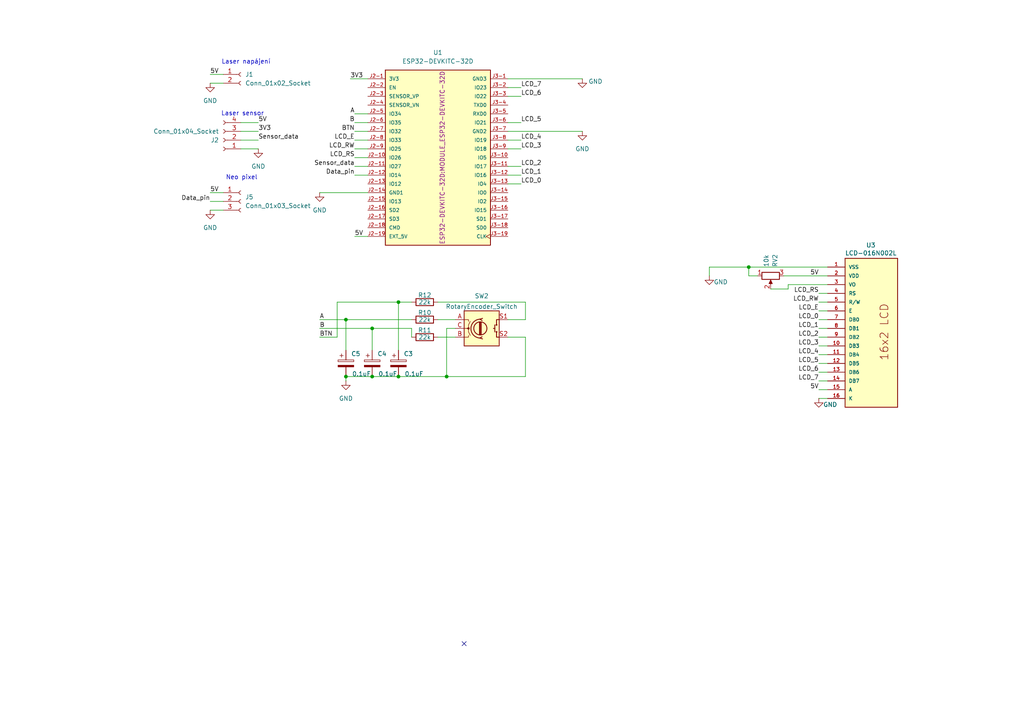
<source format=kicad_sch>
(kicad_sch (version 20231120) (generator "eeschema") (generator_version "8.0")
  (paper "A4")
  (lib_symbols
    (symbol "Connector:Conn_01x02_Socket" (pin_names (offset 1.016) hide)
      (property "Reference" "J" (at 0 2.54 0))
      (property "Value" "Conn_01x02_Socket" (at 0 -5.08 0))
      (symbol "Conn_01x02_Socket_1_1"
        (arc (start 0 -2.032) (mid -0.5058 -2.54) (end 0 -3.048) (stroke (width 0.1524)))
        (polyline (pts (xy -1.27 -2.54) (xy -0.508 -2.54)) (stroke (width 0.1524)))
        (polyline (pts (xy -1.27 0) (xy -0.508 0)) (stroke (width 0.1524)))
        (arc (start 0 0.508) (mid -0.5058 0) (end 0 -0.508) (stroke (width 0.1524)))
        (pin passive line (at -5.08 0 0) (length 3.81) (name "Pin_1") (number "1"))
        (pin passive line (at -5.08 -2.54 0) (length 3.81) (name "Pin_2") (number "2"))
      )
    )
    (symbol "Connector:Conn_01x03_Socket" (pin_names (offset 1.016) hide)
      (property "Reference" "J" (at 0 5.08 0))
      (property "Value" "Conn_01x03_Socket" (at 0 -5.08 0))
      (symbol "Conn_01x03_Socket_1_1"
        (arc (start 0 -2.032) (mid -0.5058 -2.54) (end 0 -3.048) (stroke (width 0.1524)))
        (polyline (pts (xy -1.27 -2.54) (xy -0.508 -2.54)) (stroke (width 0.1524)))
        (polyline (pts (xy -1.27 0) (xy -0.508 0)) (stroke (width 0.1524)))
        (polyline (pts (xy -1.27 2.54) (xy -0.508 2.54)) (stroke (width 0.1524)))
        (arc (start 0 0.508) (mid -0.5058 0) (end 0 -0.508) (stroke (width 0.1524)))
        (arc (start 0 3.048) (mid -0.5058 2.54) (end 0 2.032) (stroke (width 0.1524)))
        (pin passive line (at -5.08 2.54 0) (length 3.81) (name "Pin_1") (number "1"))
        (pin passive line (at -5.08 0 0) (length 3.81) (name "Pin_2") (number "2"))
        (pin passive line (at -5.08 -2.54 0) (length 3.81) (name "Pin_3") (number "3"))
      )
    )
    (symbol "Connector:Conn_01x04_Socket" (pin_names (offset 1.016) hide)
      (property "Reference" "J" (at 0 5.08 0))
      (property "Value" "Conn_01x04_Socket" (at 0 -7.62 0))
      (symbol "Conn_01x04_Socket_1_1"
        (arc (start 0 -4.572) (mid -0.5058 -5.08) (end 0 -5.588) (stroke (width 0.1524)))
        (arc (start 0 -2.032) (mid -0.5058 -2.54) (end 0 -3.048) (stroke (width 0.1524)))
        (polyline (pts (xy -1.27 -5.08) (xy -0.508 -5.08)) (stroke (width 0.1524)))
        (polyline (pts (xy -1.27 -2.54) (xy -0.508 -2.54)) (stroke (width 0.1524)))
        (polyline (pts (xy -1.27 0) (xy -0.508 0)) (stroke (width 0.1524)))
        (polyline (pts (xy -1.27 2.54) (xy -0.508 2.54)) (stroke (width 0.1524)))
        (arc (start 0 0.508) (mid -0.5058 0) (end 0 -0.508) (stroke (width 0.1524)))
        (arc (start 0 3.048) (mid -0.5058 2.54) (end 0 2.032) (stroke (width 0.1524)))
        (pin passive line (at -5.08 2.54 0) (length 3.81) (name "Pin_1") (number "1"))
        (pin passive line (at -5.08 0 0) (length 3.81) (name "Pin_2") (number "2"))
        (pin passive line (at -5.08 -2.54 0) (length 3.81) (name "Pin_3") (number "3"))
        (pin passive line (at -5.08 -5.08 0) (length 3.81) (name "Pin_4") (number "4"))
      )
    )
    (symbol "Device:C_Polarized" (pin_numbers hide) (pin_names (offset 0.254))
      (property "Reference" "C" (at 0.635 2.54 0))
      (property "Value" "C_Polarized" (at 0.635 -2.54 0))
      (symbol "C_Polarized_0_1"
        (rectangle (start -2.286 0.508) (end 2.286 1.016))
        (polyline (pts (xy -1.778 2.286) (xy -0.762 2.286)))
        (polyline (pts (xy -1.27 2.794) (xy -1.27 1.778)))
        (rectangle (start 2.286 -0.508) (end -2.286 -1.016) (fill (type outline)))
      )
      (symbol "C_Polarized_1_1"
        (pin passive line (at 0 3.81 270) (length 2.794) (name "~") (number "1"))
        (pin passive line (at 0 -3.81 90) (length 2.794) (name "~") (number "2"))
      )
    )
    (symbol "Device:R" (pin_numbers hide) (pin_names (offset 0))
      (property "Reference" "R" (at 2.032 0 90))
      (property "Value" "R" (at 0 0 90))
      (symbol "R_0_1"
        (rectangle (start -1.016 -2.54) (end 1.016 2.54) (stroke (width 0.254)))
      )
      (symbol "R_1_1"
        (pin passive line (at 0 3.81 270) (length 1.27) (name "~") (number "1"))
        (pin passive line (at 0 -3.81 90) (length 1.27) (name "~") (number "2"))
      )
    )
    (symbol "Device:R_Potentiometer" (pin_names (offset 1.016) hide)
      (property "Reference" "RV" (at -4.445 0 90))
      (property "Value" "R_Potentiometer" (at -2.54 0 90))
      (symbol "R_Potentiometer_0_1"
        (polyline (pts (xy 2.54 0) (xy 1.524 0)))
        (polyline (pts (xy 1.143 0) (xy 2.286 0.508) (xy 2.286 -0.508) (xy 1.143 0)) (fill (type outline)))
        (rectangle (start 1.016 2.54) (end -1.016 -2.54) (stroke (width 0.254)))
      )
      (symbol "R_Potentiometer_1_1"
        (pin passive line (at 0 3.81 270) (length 1.27) (name "1") (number "1"))
        (pin passive line (at 3.81 0 180) (length 1.27) (name "2") (number "2"))
        (pin passive line (at 0 -3.81 90) (length 1.27) (name "3") (number "3"))
      )
    )
    (symbol "Device:RotaryEncoder_Switch" (pin_names (offset 0.254) hide)
      (property "Reference" "SW" (at 0 6.604 0))
      (property "Value" "RotaryEncoder_Switch" (at 0 -6.604 0))
      (symbol "RotaryEncoder_Switch_0_1"
        (rectangle (start -5.08 5.08) (end 5.08 -5.08) (stroke (width 0.254)) (fill (type background)))
        (circle (center -3.81 0) (radius 0.254) (fill (type outline)))
        (circle (center -0.381 0) (radius 1.905) (stroke (width 0.254)))
        (arc (start -0.381 2.667) (mid -3.0988 -0.0635) (end -0.381 -2.794) (stroke (width 0.254)))
        (polyline (pts (xy -0.635 -1.778) (xy -0.635 1.778)) (stroke (width 0.254)))
        (polyline (pts (xy -0.381 -1.778) (xy -0.381 1.778)) (stroke (width 0.254)))
        (polyline (pts (xy -0.127 1.778) (xy -0.127 -1.778)) (stroke (width 0.254)))
        (polyline (pts (xy 3.81 0) (xy 3.429 0)) (stroke (width 0.254)))
        (polyline (pts (xy 3.81 1.016) (xy 3.81 -1.016)) (stroke (width 0.254)))
        (polyline (pts (xy -5.08 -2.54) (xy -3.81 -2.54) (xy -3.81 -2.032)))
        (polyline (pts (xy -5.08 2.54) (xy -3.81 2.54) (xy -3.81 2.032)))
        (polyline (pts (xy 0.254 -3.048) (xy -0.508 -2.794) (xy 0.127 -2.413)) (stroke (width 0.254)))
        (polyline (pts (xy 0.254 2.921) (xy -0.508 2.667) (xy 0.127 2.286)) (stroke (width 0.254)))
        (polyline (pts (xy 5.08 -2.54) (xy 4.318 -2.54) (xy 4.318 -1.016)) (stroke (width 0.254)))
        (polyline (pts (xy 5.08 2.54) (xy 4.318 2.54) (xy 4.318 1.016)) (stroke (width 0.254)))
        (polyline (pts (xy -5.08 0) (xy -3.81 0) (xy -3.81 -1.016) (xy -3.302 -2.032)))
        (polyline (pts (xy -4.318 0) (xy -3.81 0) (xy -3.81 1.016) (xy -3.302 2.032)))
        (circle (center 4.318 -1.016) (radius 0.127) (stroke (width 0.254)))
        (circle (center 4.318 1.016) (radius 0.127) (stroke (width 0.254)))
      )
      (symbol "RotaryEncoder_Switch_1_1"
        (pin passive line (at -7.62 2.54 0) (length 2.54) (name "A") (number "A"))
        (pin passive line (at -7.62 -2.54 0) (length 2.54) (name "B") (number "B"))
        (pin passive line (at -7.62 0 0) (length 2.54) (name "C") (number "C"))
        (pin passive line (at 7.62 2.54 180) (length 2.54) (name "S1") (number "S1"))
        (pin passive line (at 7.62 -2.54 180) (length 2.54) (name "S2") (number "S2"))
      )
    )
    (symbol "ESP32-DEVKITC-32D:ESP32-DEVKITC-32D" (pin_names (offset 1.016))
      (property "Reference" "U" (at -15.2572 26.0643 0))
      (property "Value" "ESP32-DEVKITC-32D" (at -15.2563 -27.9698 0))
      (symbol "ESP32-DEVKITC-32D_0_0"
        (rectangle (start -15.24 -25.4) (end 15.24 25.4) (stroke (width 0.254)) (fill (type background)))
        (pin power_in line (at -20.32 22.86 0) (length 5.08) (name "3V3") (number "J2-1"))
        (pin bidirectional line (at -20.32 0 0) (length 5.08) (name "IO26") (number "J2-10"))
        (pin bidirectional line (at -20.32 -2.54 0) (length 5.08) (name "IO27") (number "J2-11"))
        (pin bidirectional line (at -20.32 -5.08 0) (length 5.08) (name "IO14") (number "J2-12"))
        (pin bidirectional line (at -20.32 -7.62 0) (length 5.08) (name "IO12") (number "J2-13"))
        (pin power_in line (at -20.32 -10.16 0) (length 5.08) (name "GND1") (number "J2-14"))
        (pin bidirectional line (at -20.32 -12.7 0) (length 5.08) (name "IO13") (number "J2-15"))
        (pin bidirectional line (at -20.32 -15.24 0) (length 5.08) (name "SD2") (number "J2-16"))
        (pin bidirectional line (at -20.32 -17.78 0) (length 5.08) (name "SD3") (number "J2-17"))
        (pin bidirectional line (at -20.32 -20.32 0) (length 5.08) (name "CMD") (number "J2-18"))
        (pin power_in line (at -20.32 -22.86 0) (length 5.08) (name "EXT_5V") (number "J2-19"))
        (pin input line (at -20.32 20.32 0) (length 5.08) (name "EN") (number "J2-2"))
        (pin input line (at -20.32 17.78 0) (length 5.08) (name "SENSOR_VP") (number "J2-3"))
        (pin input line (at -20.32 15.24 0) (length 5.08) (name "SENSOR_VN") (number "J2-4"))
        (pin bidirectional line (at -20.32 12.7 0) (length 5.08) (name "IO34") (number "J2-5"))
        (pin bidirectional line (at -20.32 10.16 0) (length 5.08) (name "IO35") (number "J2-6"))
        (pin bidirectional line (at -20.32 7.62 0) (length 5.08) (name "IO32") (number "J2-7"))
        (pin bidirectional line (at -20.32 5.08 0) (length 5.08) (name "IO33") (number "J2-8"))
        (pin bidirectional line (at -20.32 2.54 0) (length 5.08) (name "IO25") (number "J2-9"))
        (pin power_in line (at 20.32 22.86 180) (length 5.08) (name "GND3") (number "J3-1"))
        (pin bidirectional line (at 20.32 0 180) (length 5.08) (name "IO5") (number "J3-10"))
        (pin bidirectional line (at 20.32 -2.54 180) (length 5.08) (name "IO17") (number "J3-11"))
        (pin bidirectional line (at 20.32 -5.08 180) (length 5.08) (name "IO16") (number "J3-12"))
        (pin bidirectional line (at 20.32 -7.62 180) (length 5.08) (name "IO4") (number "J3-13"))
        (pin bidirectional line (at 20.32 -10.16 180) (length 5.08) (name "IO0") (number "J3-14"))
        (pin bidirectional line (at 20.32 -12.7 180) (length 5.08) (name "IO2") (number "J3-15"))
        (pin bidirectional line (at 20.32 -15.24 180) (length 5.08) (name "IO15") (number "J3-16"))
        (pin bidirectional line (at 20.32 -17.78 180) (length 5.08) (name "SD1") (number "J3-17"))
        (pin bidirectional line (at 20.32 -20.32 180) (length 5.08) (name "SD0") (number "J3-18"))
        (pin input clock (at 20.32 -22.86 180) (length 5.08) (name "CLK") (number "J3-19"))
        (pin bidirectional line (at 20.32 20.32 180) (length 5.08) (name "IO23") (number "J3-2"))
        (pin bidirectional line (at 20.32 17.78 180) (length 5.08) (name "IO22") (number "J3-3"))
        (pin output line (at 20.32 15.24 180) (length 5.08) (name "TXD0") (number "J3-4"))
        (pin input line (at 20.32 12.7 180) (length 5.08) (name "RXD0") (number "J3-5"))
        (pin bidirectional line (at 20.32 10.16 180) (length 5.08) (name "IO21") (number "J3-6"))
        (pin power_in line (at 20.32 7.62 180) (length 5.08) (name "GND2") (number "J3-7"))
        (pin bidirectional line (at 20.32 5.08 180) (length 5.08) (name "IO19") (number "J3-8"))
        (pin bidirectional line (at 20.32 2.54 180) (length 5.08) (name "IO18") (number "J3-9"))
      )
    )
    (symbol "LCD-16X2:LCD-16X2" (pin_names (offset 1.016))
      (property "Reference" "U" (at -7.62 23.368 0))
      (property "Value" "LCD-16X2" (at -7.62 -22.86 0))
      (symbol "LCD-16X2_0_0"
        (rectangle (start -7.62 -20.32) (end 7.62 22.86) (stroke (width 0.254)) (fill (type background)))
        (text "16x2 LCD" (at 5.08 -6.858 900) (effects (font (size 2.286 2.286)) (justify left bottom)))
        (pin power_in line (at -12.7 20.32 0) (length 5.08) (name "VSS") (number "1"))
        (pin bidirectional line (at -12.7 -2.54 0) (length 5.08) (name "DB3") (number "10"))
        (pin bidirectional line (at -12.7 -5.08 0) (length 5.08) (name "DB4") (number "11"))
        (pin bidirectional line (at -12.7 -7.62 0) (length 5.08) (name "DB5") (number "12"))
        (pin bidirectional line (at -12.7 -10.16 0) (length 5.08) (name "DB6") (number "13"))
        (pin bidirectional line (at -12.7 -12.7 0) (length 5.08) (name "DB7") (number "14"))
        (pin power_in line (at -12.7 -15.24 0) (length 5.08) (name "A") (number "15"))
        (pin power_in line (at -12.7 -17.78 0) (length 5.08) (name "K") (number "16"))
        (pin power_in line (at -12.7 17.78 0) (length 5.08) (name "VDD") (number "2"))
        (pin bidirectional line (at -12.7 15.24 0) (length 5.08) (name "VO") (number "3"))
        (pin input line (at -12.7 12.7 0) (length 5.08) (name "RS") (number "4"))
        (pin input line (at -12.7 10.16 0) (length 5.08) (name "R/W") (number "5"))
        (pin input line (at -12.7 7.62 0) (length 5.08) (name "E") (number "6"))
        (pin bidirectional line (at -12.7 5.08 0) (length 5.08) (name "DB0") (number "7"))
        (pin bidirectional line (at -12.7 2.54 0) (length 5.08) (name "DB1") (number "8"))
        (pin bidirectional line (at -12.7 0 0) (length 5.08) (name "DB2") (number "9"))
      )
    )
    (symbol "power:GND" (power) (pin_numbers hide) (pin_names (offset 0) hide)
      (property "Value" "GND" (at 0 -3.81 0))
      (symbol "GND_0_1"
        (polyline (pts (xy 0 0) (xy 0 -1.27) (xy 1.27 -1.27) (xy 0 -2.54) (xy -1.27 -1.27) (xy 0 -1.27)))
      )
      (symbol "GND_1_1"
        (pin power_in line (at 0 0 270) (length 0) (name "~") (number "1"))
      )
    )
  )
  (junction (at 129.54 109.22))
  (junction (at 107.95 109.22))
  (junction (at 115.57 87.63))
  (junction (at 115.57 109.22))
  (junction (at 100.33 109.22))
  (junction (at 107.95 95.25))
  (junction (at 100.33 92.71))
  (junction (at 217.17 77.47))
  (no_connect (at 134.62 186.69))
  (wire (pts (xy 69.85 43.18) (xy 74.93 43.18)))
  (wire (pts (xy 92.71 92.71) (xy 100.33 92.71)))
  (wire (pts (xy 100.33 109.22) (xy 100.33 110.49)))
  (wire (pts (xy 102.87 35.56) (xy 106.68 35.56)))
  (wire (pts (xy 60.96 21.59) (xy 64.77 21.59)))
  (wire (pts (xy 100.33 92.71) (xy 100.33 101.6)))
  (wire (pts (xy 237.49 92.71) (xy 240.03 92.71)))
  (wire (pts (xy 92.71 97.79) (xy 97.79 97.79)))
  (wire (pts (xy 60.96 24.13) (xy 64.77 24.13)))
  (wire (pts (xy 228.6 82.55) (xy 240.03 82.55)))
  (wire (pts (xy 97.79 87.63) (xy 115.57 87.63)))
  (wire (pts (xy 102.87 43.18) (xy 106.68 43.18)))
  (wire (pts (xy 60.96 55.88) (xy 64.77 55.88)))
  (wire (pts (xy 107.95 109.22) (xy 115.57 109.22)))
  (wire (pts (xy 100.33 92.71) (xy 119.38 92.71)))
  (wire (pts (xy 237.49 113.03) (xy 240.03 113.03)))
  (wire (pts (xy 127 92.71) (xy 132.08 92.71)))
  (wire (pts (xy 147.32 50.8) (xy 151.13 50.8)))
  (wire (pts (xy 223.52 83.82) (xy 228.6 83.82)))
  (wire (pts (xy 147.32 92.71) (xy 152.4 92.71)))
  (wire (pts (xy 219.71 80.01) (xy 217.17 80.01)))
  (wire (pts (xy 102.87 38.1) (xy 106.68 38.1)))
  (wire (pts (xy 237.49 97.79) (xy 240.03 97.79)))
  (wire (pts (xy 101.6 22.86) (xy 106.68 22.86)))
  (wire (pts (xy 237.49 100.33) (xy 240.03 100.33)))
  (wire (pts (xy 147.32 35.56) (xy 151.13 35.56)))
  (wire (pts (xy 228.6 83.82) (xy 228.6 82.55)))
  (wire (pts (xy 60.96 60.96) (xy 64.77 60.96)))
  (wire (pts (xy 152.4 109.22) (xy 129.54 109.22)))
  (wire (pts (xy 92.71 95.25) (xy 107.95 95.25)))
  (wire (pts (xy 152.4 97.79) (xy 152.4 109.22)))
  (wire (pts (xy 119.38 97.79) (xy 119.38 95.25)))
  (wire (pts (xy 147.32 22.86) (xy 168.91 22.86)))
  (wire (pts (xy 237.49 102.87) (xy 240.03 102.87)))
  (wire (pts (xy 115.57 87.63) (xy 119.38 87.63)))
  (wire (pts (xy 69.85 35.56) (xy 74.93 35.56)))
  (wire (pts (xy 217.17 77.47) (xy 240.03 77.47)))
  (wire (pts (xy 147.32 43.18) (xy 151.13 43.18)))
  (wire (pts (xy 227.33 80.01) (xy 240.03 80.01)))
  (wire (pts (xy 127 97.79) (xy 132.08 97.79)))
  (wire (pts (xy 102.87 50.8) (xy 106.68 50.8)))
  (wire (pts (xy 107.95 95.25) (xy 107.95 101.6)))
  (wire (pts (xy 237.49 95.25) (xy 240.03 95.25)))
  (wire (pts (xy 237.49 90.17) (xy 240.03 90.17)))
  (wire (pts (xy 102.87 68.58) (xy 106.68 68.58)))
  (wire (pts (xy 237.49 105.41) (xy 240.03 105.41)))
  (wire (pts (xy 237.49 110.49) (xy 240.03 110.49)))
  (wire (pts (xy 102.87 45.72) (xy 106.68 45.72)))
  (wire (pts (xy 237.49 87.63) (xy 240.03 87.63)))
  (wire (pts (xy 69.85 40.64) (xy 74.93 40.64)))
  (wire (pts (xy 205.74 77.47) (xy 205.74 80.01)))
  (wire (pts (xy 152.4 87.63) (xy 152.4 92.71)))
  (wire (pts (xy 97.79 97.79) (xy 97.79 87.63)))
  (wire (pts (xy 129.54 109.22) (xy 115.57 109.22)))
  (wire (pts (xy 115.57 87.63) (xy 115.57 101.6)))
  (wire (pts (xy 132.08 95.25) (xy 129.54 95.25)))
  (wire (pts (xy 102.87 33.02) (xy 106.68 33.02)))
  (wire (pts (xy 147.32 53.34) (xy 151.13 53.34)))
  (wire (pts (xy 107.95 95.25) (xy 119.38 95.25)))
  (wire (pts (xy 129.54 95.25) (xy 129.54 109.22)))
  (wire (pts (xy 237.49 115.57) (xy 240.03 115.57)))
  (wire (pts (xy 237.49 85.09) (xy 240.03 85.09)))
  (wire (pts (xy 147.32 38.1) (xy 168.91 38.1)))
  (wire (pts (xy 69.85 38.1) (xy 74.93 38.1)))
  (wire (pts (xy 147.32 48.26) (xy 151.13 48.26)))
  (wire (pts (xy 147.32 27.94) (xy 151.13 27.94)))
  (wire (pts (xy 60.96 58.42) (xy 64.77 58.42)))
  (wire (pts (xy 147.32 40.64) (xy 151.13 40.64)))
  (wire (pts (xy 92.71 55.88) (xy 106.68 55.88)))
  (wire (pts (xy 147.32 97.79) (xy 152.4 97.79)))
  (wire (pts (xy 100.33 109.22) (xy 107.95 109.22)))
  (wire (pts (xy 127 87.63) (xy 152.4 87.63)))
  (wire (pts (xy 205.74 77.47) (xy 217.17 77.47)))
  (wire (pts (xy 147.32 25.4) (xy 151.13 25.4)))
  (wire (pts (xy 237.49 107.95) (xy 240.03 107.95)))
  (wire (pts (xy 217.17 80.01) (xy 217.17 77.47)))
  (wire (pts (xy 102.87 48.26) (xy 106.68 48.26)))
  (wire (pts (xy 102.87 40.64) (xy 106.68 40.64)))
  (text "Laser sensor\n" (at 70.358 33.02 0) (effects (font (size 1.27 1.27))))
  (text "Neo pixel\n" (at 70.104 51.562 0) (effects (font (size 1.27 1.27))))
  (text "Laser napájení" (at 71.374 18.034 0) (effects (font (size 1.27 1.27))))
  (label "LCD_4" (at 151.13 40.64 0))
  (label "LCD_1" (at 151.13 50.8 0))
  (label "LCD_7" (at 151.13 25.4 0))
  (label "Data_pin" (at 102.87 50.8 180))
  (label "LCD_2" (at 237.49 97.79 180))
  (label "Sensor_data" (at 102.87 48.26 180))
  (label "LCD_E" (at 237.49 90.17 180))
  (label "5V" (at 237.49 113.03 180))
  (label "BTN" (at 102.87 38.1 180))
  (label "LCD_4" (at 237.49 102.87 180))
  (label "LCD_RW" (at 102.87 43.18 180))
  (label "BTN" (at 92.71 97.79 0))
  (label "LCD_5" (at 151.13 35.56 0))
  (label "Data_pin" (at 60.96 58.42 180))
  (label "LCD_RS" (at 102.87 45.72 180))
  (label "LCD_7" (at 237.49 110.49 180))
  (label "A" (at 92.71 92.71 0))
  (label "5V" (at 60.96 21.59 0))
  (label "A" (at 102.87 33.02 180))
  (label "LCD_RS" (at 237.49 85.09 180))
  (label "5V" (at 60.96 55.88 0))
  (label "LCD_0" (at 151.13 53.34 0))
  (label "LCD_5" (at 237.49 105.41 180))
  (label "5V" (at 74.93 35.56 0))
  (label "LCD_6" (at 237.49 107.95 180))
  (label "LCD_6" (at 151.13 27.94 0))
  (label "LCD_2" (at 151.13 48.26 0))
  (label "LCD_RW" (at 237.49 87.63 180))
  (label "LCD_E" (at 102.87 40.64 180))
  (label "5V" (at 237.49 80.01 180))
  (label "LCD_3" (at 151.13 43.18 0))
  (label "LCD_1" (at 237.49 95.25 180))
  (label "LCD_3" (at 237.49 100.33 180))
  (label "3V3" (at 101.6 22.86 0))
  (label "B" (at 102.87 35.56 180))
  (label "5V" (at 102.87 68.58 0))
  (label "B" (at 92.71 95.25 0))
  (label "Sensor_data" (at 74.93 40.64 0))
  (label "3V3" (at 74.93 38.1 0))
  (label "LCD_0" (at 237.49 92.71 180))
  (symbol (lib_id "power:GND") (at 168.91 38.1 0) (unit 1)
    (property "Reference" "#PWR03" (effects (hide yes)))
    (property "Value" "GND" (at 168.91 43.18 0))
    (property "Description" "Power symbol creates a global label with name \"GND\" , ground" (effects (hide yes)))
  )
  (symbol (lib_id "Device:R") (at 123.19 97.79 90) (unit 1)
    (property "Reference" "R11" (at 123.19 95.758 90))
    (property "Value" "22k" (at 123.19 97.79 90))
    (property "Footprint" "Resistor_SMD:R_0805_2012Metric_Pad1.20x1.40mm_HandSolder" (effects (hide yes)))
    (property "Description" "Resistor" (effects (hide yes)))
  )
  (symbol (lib_id "power:GND") (at 100.33 110.49 0) (unit 1)
    (property "Reference" "#PWR014" (effects (hide yes)))
    (property "Value" "GND" (at 100.33 115.57 0))
    (property "Description" "Power symbol creates a global label with name \"GND\" , ground" (effects (hide yes)))
  )
  (symbol (lib_id "power:GND") (at 74.93 43.18 0) (unit 1)
    (property "Reference" "#PWR05" (effects (hide yes)))
    (property "Value" "GND" (at 74.93 48.26 0))
    (property "Description" "Power symbol creates a global label with name \"GND\" , ground" (effects (hide yes)))
  )
  (symbol (lib_id "Connector:Conn_01x04_Socket") (at 64.77 40.64 180) (unit 1)
    (property "Reference" "J2" (at 63.5 40.6401 0) (effects (justify left)))
    (property "Value" "Conn_01x04_Socket" (at 63.5 38.1001 0) (effects (justify left)))
    (property "Footprint" "Connector_JST:JST_EH_B4B-EH-A_1x04_P2.50mm_Vertical" (effects (hide yes)))
    (property "Description" "Generic connector, single row, 01x04, script generated" (effects (hide yes)))
  )
  (symbol (lib_id "power:GND") (at 60.96 24.13 0) (unit 1)
    (property "Reference" "#PWR01" (effects (hide yes)))
    (property "Value" "GND" (at 60.96 29.21 0))
    (property "Description" "Power symbol creates a global label with name \"GND\" , ground" (effects (hide yes)))
  )
  (symbol (lib_id "power:GND") (at 168.91 22.86 0) (unit 1)
    (property "Reference" "#PWR02" (effects (hide yes)))
    (property "Value" "GND" (at 172.72 23.622 0))
    (property "Description" "Power symbol creates a global label with name \"GND\" , ground" (effects (hide yes)))
  )
  (symbol (lib_id "Connector:Conn_01x03_Socket") (at 69.85 58.42 0) (unit 1)
    (property "Reference" "J5" (at 71.12 57.1499 0) (effects (justify left)))
    (property "Value" "Conn_01x03_Socket" (at 71.12 59.6899 0) (effects (justify left)))
    (property "Footprint" "Connector_JST:JST_EH_B3B-EH-A_1x03_P2.50mm_Vertical" (effects (hide yes)))
    (property "Description" "Generic connector, single row, 01x03, script generated" (effects (hide yes)))
  )
  (symbol (lib_id "Device:RotaryEncoder_Switch") (at 139.7 95.25 0) (unit 1)
    (property "Reference" "SW2" (at 139.7 85.852 0))
    (property "Value" "RotaryEncoder_Switch" (at 139.7 88.9 0))
    (property "Footprint" "Rotary_Encoder:RotaryEncoder_Alps_EC11E-Switch_Vertical_H20mm_CircularMountingHoles" (effects (hide yes)))
    (property "Description" "Rotary encoder, dual channel, incremental quadrate outputs, with switch" (effects (hide yes)))
  )
  (symbol (lib_id "power:GND") (at 60.96 60.96 0) (unit 1)
    (property "Reference" "#PWR015" (effects (hide yes)))
    (property "Value" "GND" (at 60.96 66.04 0))
    (property "Description" "Power symbol creates a global label with name \"GND\" , ground" (effects (hide yes)))
  )
  (symbol (lib_id "ESP32-DEVKITC-32D:ESP32-DEVKITC-32D") (at 127 45.72 0) (unit 1)
    (property "Reference" "U1" (at 127 15.24 0))
    (property "Value" "ESP32-DEVKITC-32D" (at 127 17.78 0))
    (property "Footprint" "ESP32-DEVKITC-32D:MODULE_ESP32-DEVKITC-32D" (at 129.032 45.72 90) (effects (justify bottom)))
    (property "MF" "Espressif Systems" (effects (hide yes)))
    (property "MAXIMUM_PACKAGE_HEIGHT" "N/A" (effects (hide yes)))
    (property "Package" "None" (effects (hide yes)))
    (property "Price" "None" (effects (hide yes)))
    (property "Check_prices" "https://www.snapeda.com/parts/ESP32-DEVKITC-32D/Espressif+Systems/view-part/?ref=eda" (effects (hide yes)))
    (property "STANDARD" "Manufacturer Recommendations" (effects (hide yes)))
    (property "PARTREV" "V4" (effects (hide yes)))
    (property "SnapEDA_Link" "https://www.snapeda.com/parts/ESP32-DEVKITC-32D/Espressif+Systems/view-part/?ref=snap" (effects (hide yes)))
    (property "MP" "ESP32-DEVKITC-32D" (effects (hide yes)))
    (property "Description_1" "\n                        \n                            WiFi Development Tools (802.11) ESP32 General Development Kit, ESP32-WROOM-32D on the board\n                        \n" (effects (hide yes)))
    (property "MANUFACTURER" "Espressif Systems" (effects (hide yes)))
    (property "Availability" "In Stock" (effects (hide yes)))
    (property "SNAPEDA_PN" "ESP32-DEVKITC-32D" (effects (hide yes)))
  )
  (symbol (lib_id "power:GND") (at 237.49 115.57 0) (unit 1)
    (property "Reference" "#PWR06" (effects (hide yes)))
    (property "Value" "GND" (at 240.792 117.348 0))
    (property "Description" "Power symbol creates a global label with name \"GND\" , ground" (effects (hide yes)))
  )
  (symbol (lib_id "power:GND") (at 205.74 80.01 0) (unit 1)
    (property "Reference" "#PWR018" (effects (hide yes)))
    (property "Value" "GND" (at 209.042 81.788 0))
    (property "Description" "Power symbol creates a global label with name \"GND\" , ground" (effects (hide yes)))
  )
  (symbol (lib_id "Device:R_Potentiometer") (at 223.52 80.01 90) (mirror x) (unit 1)
    (property "Reference" "RV2" (at 224.7901 77.47 0) (effects (justify right)))
    (property "Value" "10k" (at 222.2501 77.47 0) (effects (justify right)))
    (property "Footprint" "Potentiometer_SMD:Potentiometer_ACP_CA6-VSMD_Vertical" (effects (hide yes)))
    (property "Description" "Potentiometer" (effects (hide yes)))
  )
  (symbol (lib_id "power:GND") (at 92.71 55.88 0) (unit 1)
    (property "Reference" "#PWR04" (effects (hide yes)))
    (property "Value" "GND" (at 92.71 60.96 0))
    (property "Description" "Power symbol creates a global label with name \"GND\" , ground" (effects (hide yes)))
  )
  (symbol (lib_id "Device:R") (at 123.19 92.71 90) (unit 1)
    (property "Reference" "R10" (at 123.19 90.678 90))
    (property "Value" "22k" (at 123.19 92.71 90))
    (property "Footprint" "Resistor_SMD:R_0805_2012Metric_Pad1.20x1.40mm_HandSolder" (effects (hide yes)))
    (property "Description" "Resistor" (effects (hide yes)))
  )
  (symbol (lib_id "Device:C_Polarized") (at 107.95 105.41 0) (unit 1)
    (property "Reference" "C4" (at 109.474 102.616 0) (effects (justify left)))
    (property "Value" "0.1uF" (at 109.728 108.458 0) (effects (justify left)))
    (property "Footprint" "Capacitor_SMD:C_0805_2012Metric_Pad1.18x1.45mm_HandSolder" (effects (hide yes)))
    (property "Description" "Polarized capacitor" (effects (hide yes)))
  )
  (symbol (lib_id "Connector:Conn_01x02_Socket") (at 69.85 21.59 0) (unit 1)
    (property "Reference" "J1" (at 71.12 21.5899 0) (effects (justify left)))
    (property "Value" "Conn_01x02_Socket" (at 71.12 24.1299 0) (effects (justify left)))
    (property "Footprint" "Connector_JST:JST_EH_B2B-EH-A_1x02_P2.50mm_Vertical" (effects (hide yes)))
    (property "Description" "Generic connector, single row, 01x02, script generated" (effects (hide yes)))
  )
  (symbol (lib_id "Device:C_Polarized") (at 100.33 105.41 0) (unit 1)
    (property "Reference" "C5" (at 101.854 102.616 0) (effects (justify left)))
    (property "Value" "0.1uF" (at 102.108 108.458 0) (effects (justify left)))
    (property "Footprint" "Capacitor_SMD:C_0805_2012Metric_Pad1.18x1.45mm_HandSolder" (effects (hide yes)))
    (property "Description" "Polarized capacitor" (effects (hide yes)))
  )
  (symbol (lib_id "Device:R") (at 123.19 87.63 90) (unit 1)
    (property "Reference" "R12" (at 123.19 85.598 90))
    (property "Value" "22k" (at 123.19 87.63 90))
    (property "Footprint" "Resistor_SMD:R_0805_2012Metric_Pad1.20x1.40mm_HandSolder" (effects (hide yes)))
    (property "Description" "Resistor" (effects (hide yes)))
  )
  (symbol (lib_id "LCD-16X2:LCD-16X2") (at 252.73 97.79 0) (unit 1)
    (property "Reference" "U3" (at 251.206 71.12 0) (effects (justify left)))
    (property "Value" "LCD-016N002L" (at 245.11 73.406 0) (effects (justify left)))
    (property "Footprint" "LCD-16X2:MODULE_LCD-16X2" (effects (hide yes)))
    (property "Datasheet" "http://www.vishay.com/docs/37299/37299.pdf" (effects (hide yes)))
    (property "Description" "LCD 12x2, 8 bit parallel bus, 3V or 5V VDD" (effects (hide yes)))
    (property "MF" "Gravitech" (effects (hide yes)))
    (property "MAXIMUM_PACKAGE_HEIGHT" "14 mm" (effects (hide yes)))
    (property "Package" "None" (effects (hide yes)))
    (property "Price" "None" (effects (hide yes)))
    (property "Check_prices" "https://www.snapeda.com/parts/LCD-16X2/Gravitech/view-part/?ref=eda" (effects (hide yes)))
    (property "STANDARD" "Manufacturer Recommendations" (effects (hide yes)))
    (property "PARTREV" "N/A" (effects (hide yes)))
    (property "SnapEDA_Link" "https://www.snapeda.com/parts/LCD-16X2/Gravitech/view-part/?ref=snap" (effects (hide yes)))
    (property "MP" "LCD-16X2" (effects (hide yes)))
    (property "Description_1" "\n                        \n                            Display Development Tools 16x2 Black on Green Char LCD w Backlight\n                        \n" (effects (hide yes)))
    (property "Availability" "Not in stock" (effects (hide yes)))
    (property "MANUFACTURER" "Gravitech" (effects (hide yes)))
  )
  (symbol (lib_id "Device:C_Polarized") (at 115.57 105.41 0) (unit 1)
    (property "Reference" "C3" (at 117.094 102.616 0) (effects (justify left)))
    (property "Value" "0.1uF" (at 117.348 108.458 0) (effects (justify left)))
    (property "Footprint" "Capacitor_SMD:C_0805_2012Metric_Pad1.18x1.45mm_HandSolder" (effects (hide yes)))
    (property "Description" "Polarized capacitor" (effects (hide yes)))
  )
)
</source>
